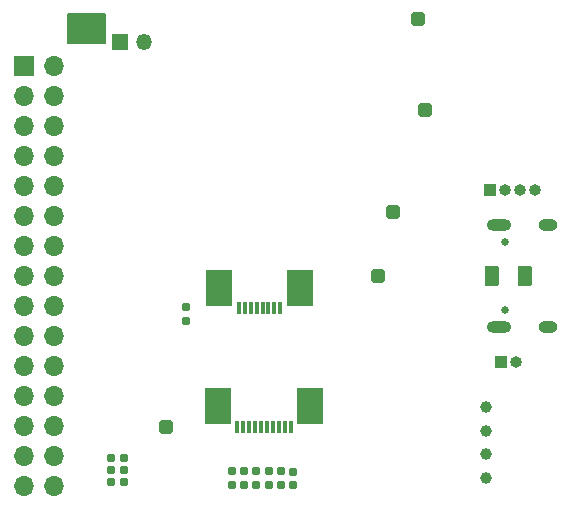
<source format=gbr>
%TF.GenerationSoftware,KiCad,Pcbnew,5.99.0-unknown-b10f156dd0~130~ubuntu20.04.1*%
%TF.CreationDate,2021-06-23T21:39:51+08:00*%
%TF.ProjectId,M5Pi,4d355069-2e6b-4696-9361-645f70636258,3.0*%
%TF.SameCoordinates,Original*%
%TF.FileFunction,Soldermask,Bot*%
%TF.FilePolarity,Negative*%
%FSLAX46Y46*%
G04 Gerber Fmt 4.6, Leading zero omitted, Abs format (unit mm)*
G04 Created by KiCad (PCBNEW 5.99.0-unknown-b10f156dd0~130~ubuntu20.04.1) date 2021-06-23 21:39:51*
%MOMM*%
%LPD*%
G01*
G04 APERTURE LIST*
G04 Aperture macros list*
%AMRoundRect*
0 Rectangle with rounded corners*
0 $1 Rounding radius*
0 $2 $3 $4 $5 $6 $7 $8 $9 X,Y pos of 4 corners*
0 Add a 4 corners polygon primitive as box body*
4,1,4,$2,$3,$4,$5,$6,$7,$8,$9,$2,$3,0*
0 Add four circle primitives for the rounded corners*
1,1,$1+$1,$2,$3*
1,1,$1+$1,$4,$5*
1,1,$1+$1,$6,$7*
1,1,$1+$1,$8,$9*
0 Add four rect primitives between the rounded corners*
20,1,$1+$1,$2,$3,$4,$5,0*
20,1,$1+$1,$4,$5,$6,$7,0*
20,1,$1+$1,$6,$7,$8,$9,0*
20,1,$1+$1,$8,$9,$2,$3,0*%
G04 Aperture macros list end*
%ADD10C,0.200000*%
%ADD11C,1.000000*%
%ADD12R,1.000000X1.000000*%
%ADD13O,1.000000X1.000000*%
%ADD14R,1.700000X1.700000*%
%ADD15O,1.700000X1.700000*%
%ADD16C,0.650000*%
%ADD17O,1.600000X1.000000*%
%ADD18O,2.100000X1.000000*%
%ADD19R,1.350000X1.350000*%
%ADD20O,1.350000X1.350000*%
%ADD21RoundRect,0.160000X-0.160000X0.197500X-0.160000X-0.197500X0.160000X-0.197500X0.160000X0.197500X0*%
%ADD22RoundRect,0.155000X-0.212500X-0.155000X0.212500X-0.155000X0.212500X0.155000X-0.212500X0.155000X0*%
%ADD23RoundRect,0.160000X0.160000X-0.197500X0.160000X0.197500X-0.160000X0.197500X-0.160000X-0.197500X0*%
%ADD24RoundRect,0.300000X0.300000X0.300000X-0.300000X0.300000X-0.300000X-0.300000X0.300000X-0.300000X0*%
%ADD25R,0.300000X1.100000*%
%ADD26R,2.300000X3.100000*%
%ADD27RoundRect,0.155000X0.155000X-0.212500X0.155000X0.212500X-0.155000X0.212500X-0.155000X-0.212500X0*%
%ADD28RoundRect,0.300000X-0.300000X0.300000X-0.300000X-0.300000X0.300000X-0.300000X0.300000X0.300000X0*%
%ADD29RoundRect,0.155000X-0.155000X0.212500X-0.155000X-0.212500X0.155000X-0.212500X0.155000X0.212500X0*%
%ADD30RoundRect,0.250000X0.375000X0.625000X-0.375000X0.625000X-0.375000X-0.625000X0.375000X-0.625000X0*%
G04 APERTURE END LIST*
D10*
X118063353Y-67501564D02*
X121163353Y-67501564D01*
X121163353Y-67501564D02*
X121163353Y-70001564D01*
X121163353Y-70001564D02*
X118063353Y-70001564D01*
X118063353Y-70001564D02*
X118063353Y-67501564D01*
G36*
X118063353Y-67501564D02*
G01*
X121163353Y-67501564D01*
X121163353Y-70001564D01*
X118063353Y-70001564D01*
X118063353Y-67501564D01*
G37*
D11*
%TO.C,J11*%
X153463353Y-106801564D03*
X153463353Y-104801564D03*
X153463353Y-102801564D03*
X153463353Y-100801564D03*
%TD*%
D12*
%TO.C,J12*%
X153773353Y-82401564D03*
D13*
X155043353Y-82401564D03*
X156313353Y-82401564D03*
X157583353Y-82401564D03*
%TD*%
D12*
%TO.C,J3*%
X154763353Y-96976564D03*
D13*
X156033353Y-96976564D03*
%TD*%
D14*
%TO.C,J2*%
X114313353Y-71901564D03*
D15*
X116853353Y-71901564D03*
X114313353Y-74441564D03*
X116853353Y-74441564D03*
X114313353Y-76981564D03*
X116853353Y-76981564D03*
X114313353Y-79521564D03*
X116853353Y-79521564D03*
X114313353Y-82061564D03*
X116853353Y-82061564D03*
X114313353Y-84601564D03*
X116853353Y-84601564D03*
X114313353Y-87141564D03*
X116853353Y-87141564D03*
X114313353Y-89681564D03*
X116853353Y-89681564D03*
X114313353Y-92221564D03*
X116853353Y-92221564D03*
X114313353Y-94761564D03*
X116853353Y-94761564D03*
X114313353Y-97301564D03*
X116853353Y-97301564D03*
X114313353Y-99841564D03*
X116853353Y-99841564D03*
X114313353Y-102381564D03*
X116853353Y-102381564D03*
X114313353Y-104921564D03*
X116853353Y-104921564D03*
X114313353Y-107461564D03*
X116853353Y-107461564D03*
%TD*%
D16*
%TO.C,UART1*%
X155058353Y-92591564D03*
X155058353Y-86811564D03*
D17*
X158738353Y-94021564D03*
X158738353Y-85381564D03*
D18*
X154558353Y-94021564D03*
X154558353Y-85381564D03*
%TD*%
D19*
%TO.C,J6*%
X122463353Y-69901564D03*
D20*
X124463353Y-69901564D03*
%TD*%
D21*
%TO.C,R41*%
X135053353Y-106226564D03*
X135053353Y-107421564D03*
%TD*%
D22*
%TO.C,C54*%
X121695853Y-105101564D03*
X122830853Y-105101564D03*
%TD*%
D23*
%TO.C,R20*%
X136093353Y-107421564D03*
X136093353Y-106226564D03*
%TD*%
D24*
%TO.C,TP1*%
X126363353Y-102501564D03*
%TD*%
D25*
%TO.C,J5*%
X136043353Y-92401564D03*
X135543353Y-92401564D03*
X135043353Y-92401564D03*
X134543353Y-92401564D03*
X134043353Y-92401564D03*
X133543353Y-92401564D03*
X133043353Y-92401564D03*
X132543353Y-92401564D03*
D26*
X130873353Y-90701564D03*
X137713353Y-90701564D03*
%TD*%
D24*
%TO.C,TP2*%
X147663353Y-67951564D03*
%TD*%
D21*
%TO.C,R39*%
X134013353Y-106206564D03*
X134013353Y-107401564D03*
%TD*%
D25*
%TO.C,J4*%
X132413353Y-102439064D03*
X132913353Y-102439064D03*
X133413353Y-102439064D03*
X133913353Y-102439064D03*
X134413353Y-102439064D03*
X134913353Y-102439064D03*
X135413353Y-102439064D03*
X135913353Y-102439064D03*
X136413353Y-102439064D03*
X136913353Y-102439064D03*
D26*
X130743353Y-100739064D03*
X138583353Y-100739064D03*
%TD*%
D24*
%TO.C,TP4*%
X145613353Y-84301564D03*
%TD*%
D27*
%TO.C,C29*%
X137143353Y-107391564D03*
X137143353Y-106256564D03*
%TD*%
D24*
%TO.C,TP3*%
X148263353Y-75601564D03*
%TD*%
D22*
%TO.C,C55*%
X121695853Y-107101564D03*
X122830853Y-107101564D03*
%TD*%
D21*
%TO.C,R33*%
X131943353Y-106206564D03*
X131943353Y-107401564D03*
%TD*%
D28*
%TO.C,TP5*%
X144313353Y-89701564D03*
%TD*%
D29*
%TO.C,C30*%
X128093353Y-92359064D03*
X128093353Y-93494064D03*
%TD*%
D30*
%TO.C,F1*%
X156763353Y-89701564D03*
X153963353Y-89701564D03*
%TD*%
D22*
%TO.C,C52*%
X121695853Y-106101564D03*
X122830853Y-106101564D03*
%TD*%
D21*
%TO.C,R40*%
X132963353Y-106206564D03*
X132963353Y-107401564D03*
%TD*%
M02*

</source>
